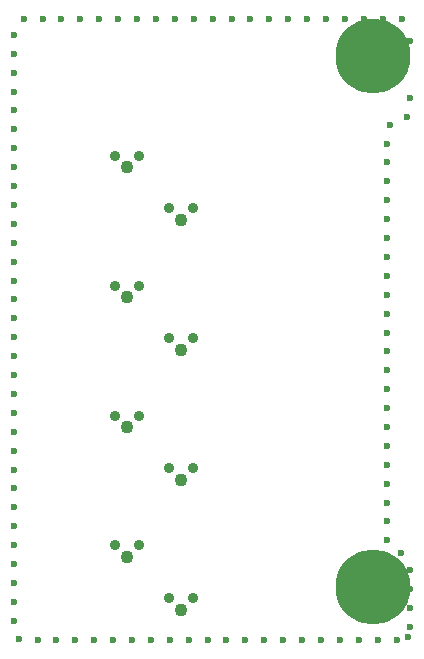
<source format=gbr>
G04*
G04 #@! TF.GenerationSoftware,Altium Limited,Altium Designer,24.1.2 (44)*
G04*
G04 Layer_Color=255*
%FSLAX44Y44*%
%MOMM*%
G71*
G04*
G04 #@! TF.SameCoordinates,BBC2EA18-74A8-411A-9B9A-F0C275BE575F*
G04*
G04*
G04 #@! TF.FilePolarity,Positive*
G04*
G01*
G75*
%ADD29C,1.1000*%
%ADD30C,0.9000*%
%ADD31C,0.6000*%
%ADD32C,6.3500*%
%ADD33C,1.0000*%
D29*
X146300Y29800D02*
D03*
X100500Y74500D02*
D03*
X146300Y139800D02*
D03*
X100500Y184500D02*
D03*
X146300Y249800D02*
D03*
X100500Y294500D02*
D03*
X146300Y359800D02*
D03*
X100500Y404500D02*
D03*
D30*
X156300Y39800D02*
D03*
X136300D02*
D03*
X110500Y84500D02*
D03*
X90500D02*
D03*
X156300Y149800D02*
D03*
X136300D02*
D03*
X110500Y194500D02*
D03*
X90500D02*
D03*
X156300Y259800D02*
D03*
X136300D02*
D03*
X110500Y304500D02*
D03*
X90500D02*
D03*
X156300Y369800D02*
D03*
X136300D02*
D03*
X110500Y414500D02*
D03*
X90500D02*
D03*
D31*
X338328Y7114D02*
D03*
X340335Y15778D02*
D03*
Y31779D02*
D03*
Y47779D02*
D03*
X328845Y4644D02*
D03*
X312845D02*
D03*
X296845D02*
D03*
X333114Y530371D02*
D03*
X317114Y530356D02*
D03*
X301114D02*
D03*
X285114D02*
D03*
X269114D02*
D03*
X253114D02*
D03*
X237114D02*
D03*
X221114D02*
D03*
X205114D02*
D03*
X189114D02*
D03*
X173114D02*
D03*
X157114D02*
D03*
X141114D02*
D03*
X125114D02*
D03*
X109114D02*
D03*
X93114D02*
D03*
X77114D02*
D03*
X61114D02*
D03*
X45114D02*
D03*
X29114D02*
D03*
X13114D02*
D03*
X4644Y516782D02*
D03*
Y500782D02*
D03*
Y484782D02*
D03*
Y468782D02*
D03*
Y452782D02*
D03*
Y436782D02*
D03*
Y420782D02*
D03*
Y404782D02*
D03*
Y388782D02*
D03*
Y372782D02*
D03*
Y356782D02*
D03*
Y340782D02*
D03*
Y324782D02*
D03*
Y308782D02*
D03*
Y292782D02*
D03*
Y276782D02*
D03*
Y260782D02*
D03*
Y244782D02*
D03*
Y228782D02*
D03*
Y212782D02*
D03*
Y196782D02*
D03*
Y180782D02*
D03*
Y164782D02*
D03*
Y148782D02*
D03*
Y132782D02*
D03*
Y116782D02*
D03*
Y100782D02*
D03*
Y84782D02*
D03*
Y68782D02*
D03*
Y52782D02*
D03*
Y36782D02*
D03*
Y20782D02*
D03*
X8860Y5348D02*
D03*
X24845Y4644D02*
D03*
X40845D02*
D03*
X56845D02*
D03*
X72845D02*
D03*
X88845D02*
D03*
X104845D02*
D03*
X120845D02*
D03*
X136845D02*
D03*
X152845D02*
D03*
X168845D02*
D03*
X184845D02*
D03*
X200845D02*
D03*
X216845D02*
D03*
X232845D02*
D03*
X248845D02*
D03*
X264845D02*
D03*
X280845D02*
D03*
X340335Y63779D02*
D03*
X332650Y77812D02*
D03*
X321004Y88783D02*
D03*
X320356Y104770D02*
D03*
Y120770D02*
D03*
Y136770D02*
D03*
Y152770D02*
D03*
Y168770D02*
D03*
Y184770D02*
D03*
Y200770D02*
D03*
Y216770D02*
D03*
Y232770D02*
D03*
Y248770D02*
D03*
Y264770D02*
D03*
Y280770D02*
D03*
Y296770D02*
D03*
Y312770D02*
D03*
Y328770D02*
D03*
Y344770D02*
D03*
Y360770D02*
D03*
Y376770D02*
D03*
Y392770D02*
D03*
Y408770D02*
D03*
Y424770D02*
D03*
X323615Y440435D02*
D03*
X337961Y447520D02*
D03*
X340355Y463340D02*
D03*
Y511339D02*
D03*
D32*
X309000Y49000D02*
D03*
Y499000D02*
D03*
D33*
X325164Y482836D02*
D03*
X292836D02*
D03*
Y515164D02*
D03*
X325164D02*
D03*
X331860Y499000D02*
D03*
X309000Y476140D02*
D03*
X286140Y499000D02*
D03*
X309000Y521860D02*
D03*
X325164Y32836D02*
D03*
X292836D02*
D03*
Y65164D02*
D03*
X325164D02*
D03*
X331860Y49000D02*
D03*
X309000Y26140D02*
D03*
X286140Y49000D02*
D03*
X309000Y71860D02*
D03*
M02*

</source>
